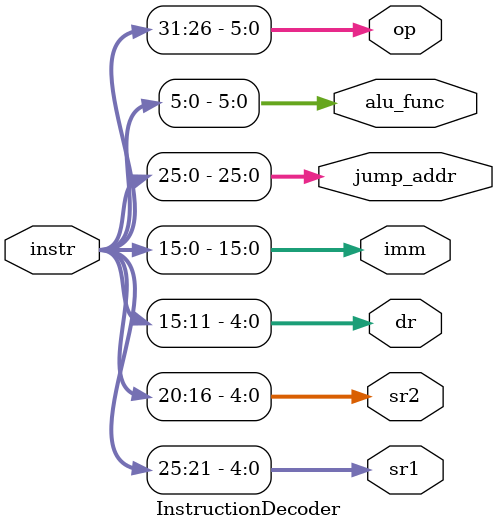
<source format=v>
module InstructionDecoder(
    output [4:0] sr1, sr2, dr,
    output [15:0] imm,
    output [25:0] jump_addr,
    output [5:0] alu_func, op,
    input [31:0] instr
);
    assign sr1 = instr[25:21];
    assign sr2 = instr[20:16];
    assign dr = instr[15:11];
    assign imm = instr[15:0];
    assign jump_addr = instr[25:0];
    assign alu_func = instr[5:0];
    assign op = instr[31:26];
endmodule
</source>
